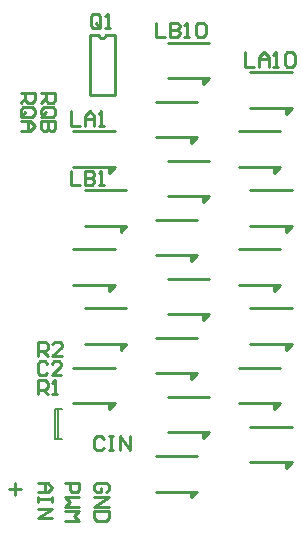
<source format=gto>
G04 Layer_Color=65535*
%FSLAX25Y25*%
%MOIN*%
G70*
G01*
G75*
%ADD19C,0.01000*%
%ADD25C,0.00787*%
D19*
X36917Y175809D02*
G03*
X39417Y175809I1250J0D01*
G01*
X87457Y151655D02*
X101236D01*
X87457Y163466D02*
X101236D01*
X99268Y149686D02*
X101236Y151655D01*
X99268Y149686D02*
Y151655D01*
X83520Y131970D02*
X97299D01*
X83520Y143781D02*
X97299D01*
X95331Y130001D02*
X97299Y131970D01*
X95331Y130001D02*
Y131970D01*
X87457Y112285D02*
X101236D01*
X87457Y124096D02*
X101236D01*
X99268Y110316D02*
X101236Y112285D01*
X99268Y110316D02*
Y112285D01*
X83520Y92600D02*
X97299D01*
X83520Y104411D02*
X97299D01*
X95331Y90631D02*
X97299Y92600D01*
X95331Y90631D02*
Y92600D01*
X87457Y72915D02*
X101236D01*
X87457Y84726D02*
X101236D01*
X99268Y70946D02*
X101236Y72915D01*
X99268Y70946D02*
Y72915D01*
X83520Y53230D02*
X97299D01*
X83520Y65041D02*
X97299D01*
X95331Y51261D02*
X97299Y53230D01*
X95331Y51261D02*
Y53230D01*
X87457Y33545D02*
X101236D01*
X87457Y45356D02*
X101236D01*
X99268Y31576D02*
X101236Y33545D01*
X99268Y31576D02*
Y33545D01*
X28402Y53230D02*
X42181D01*
X28402Y65041D02*
X42181D01*
X40213Y51261D02*
X42181Y53230D01*
X40213Y51261D02*
Y53230D01*
X28402Y92600D02*
X42181D01*
X28402Y104411D02*
X42181D01*
X40213Y90631D02*
X42181Y92600D01*
X40213Y90631D02*
Y92600D01*
X28402Y131970D02*
X42181D01*
X28402Y143781D02*
X42181D01*
X40213Y130001D02*
X42181Y131970D01*
X40213Y130001D02*
Y131970D01*
X59898Y161497D02*
X73677D01*
X59898Y173309D02*
X73677D01*
X71709Y159529D02*
X73677Y161497D01*
X71709Y159529D02*
Y161497D01*
X55961Y141812D02*
X69740D01*
X55961Y153623D02*
X69740D01*
X67772Y139844D02*
X69740Y141812D01*
X67772Y139844D02*
Y141812D01*
X59898Y122127D02*
X73677D01*
X59898Y133938D02*
X73677D01*
X71709Y120159D02*
X73677Y122127D01*
X71709Y120159D02*
Y122127D01*
X55961Y102442D02*
X69740D01*
X55961Y114253D02*
X69740D01*
X67772Y100474D02*
X69740Y102442D01*
X67772Y100474D02*
Y102442D01*
X59898Y82757D02*
X73677D01*
X59898Y94568D02*
X73677D01*
X71709Y80789D02*
X73677Y82757D01*
X71709Y80789D02*
Y82757D01*
X55961Y63072D02*
X69740D01*
X55961Y74883D02*
X69740D01*
X67772Y61104D02*
X69740Y63072D01*
X67772Y61104D02*
Y63072D01*
X59898Y43387D02*
X73677D01*
X59898Y55198D02*
X73677D01*
X71709Y41419D02*
X73677Y43387D01*
X71709Y41419D02*
Y43387D01*
X55961Y23702D02*
X69740D01*
X55961Y35513D02*
X69740D01*
X67772Y21734D02*
X69740Y23702D01*
X67772Y21734D02*
Y23702D01*
X32339Y72915D02*
X46118D01*
X32339Y84726D02*
X46118D01*
X44150Y70946D02*
X46118Y72915D01*
X44150Y70946D02*
Y72915D01*
X32339Y112285D02*
X46118D01*
X32339Y124096D02*
X46118D01*
X44150Y110316D02*
X46118Y112285D01*
X44150Y110316D02*
Y112285D01*
X33917Y175809D02*
X36917D01*
X39417D02*
X42417D01*
Y155808D02*
Y175809D01*
X33917Y155808D02*
X42417D01*
X33917D02*
Y175809D01*
X25606Y26559D02*
X30329D01*
Y24198D01*
X29542Y23411D01*
X27968D01*
X27181Y24198D01*
Y26559D01*
X30329Y21836D02*
X25606D01*
X27181Y20262D01*
X25606Y18688D01*
X30329D01*
X25606Y17113D02*
X30329D01*
X28755Y15539D01*
X30329Y13965D01*
X25606D01*
X16748Y26559D02*
X19897D01*
X21471Y24985D01*
X19897Y23411D01*
X16748D01*
X19109D01*
Y26559D01*
X21471Y21836D02*
Y20262D01*
Y21049D01*
X16748D01*
Y21836D01*
Y20262D01*
Y17900D02*
X21471D01*
X16748Y14752D01*
X21471D01*
X39385Y23411D02*
X40172Y24198D01*
Y25772D01*
X39385Y26559D01*
X36236D01*
X35449Y25772D01*
Y24198D01*
X36236Y23411D01*
X37810D01*
Y24985D01*
X35449Y21836D02*
X40172D01*
X35449Y18688D01*
X40172D01*
Y17113D02*
X35449D01*
Y14752D01*
X36236Y13965D01*
X39385D01*
X40172Y14752D01*
Y17113D01*
X6890Y24653D02*
X10888D01*
X8889Y26652D02*
Y22653D01*
X85630Y170077D02*
Y165354D01*
X88779D01*
X90353D02*
Y168503D01*
X91927Y170077D01*
X93501Y168503D01*
Y165354D01*
Y167716D01*
X90353D01*
X95076Y165354D02*
X96650D01*
X95863D01*
Y170077D01*
X95076Y169290D01*
X99011D02*
X99799Y170077D01*
X101373D01*
X102160Y169290D01*
Y166141D01*
X101373Y165354D01*
X99799D01*
X99011Y166141D01*
Y169290D01*
X27559Y150392D02*
Y145669D01*
X30708D01*
X32282D02*
Y148818D01*
X33856Y150392D01*
X35430Y148818D01*
Y145669D01*
Y148031D01*
X32282D01*
X37005Y145669D02*
X38579D01*
X37792D01*
Y150392D01*
X37005Y149605D01*
X55961Y180000D02*
Y175277D01*
X59109D01*
X60684Y180000D02*
Y175277D01*
X63045D01*
X63832Y176064D01*
Y176851D01*
X63045Y177638D01*
X60684D01*
X63045D01*
X63832Y178426D01*
Y179213D01*
X63045Y180000D01*
X60684D01*
X65406Y175277D02*
X66981D01*
X66194D01*
Y180000D01*
X65406Y179213D01*
X69342D02*
X70129Y180000D01*
X71704D01*
X72491Y179213D01*
Y176064D01*
X71704Y175277D01*
X70129D01*
X69342Y176064D01*
Y179213D01*
X16732Y56102D02*
Y60825D01*
X19094D01*
X19881Y60038D01*
Y58464D01*
X19094Y57677D01*
X16732D01*
X18307D02*
X19881Y56102D01*
X21455D02*
X23029D01*
X22242D01*
Y60825D01*
X21455Y60038D01*
X16732Y68898D02*
Y73620D01*
X19094D01*
X19881Y72833D01*
Y71259D01*
X19094Y70472D01*
X16732D01*
X18307D02*
X19881Y68898D01*
X24604D02*
X21455D01*
X24604Y72046D01*
Y72833D01*
X23817Y73620D01*
X22242D01*
X21455Y72833D01*
X19753Y66337D02*
X18966Y67124D01*
X17392D01*
X16605Y66337D01*
Y63189D01*
X17392Y62402D01*
X18966D01*
X19753Y63189D01*
X24476Y62402D02*
X21328D01*
X24476Y65550D01*
Y66337D01*
X23689Y67124D01*
X22115D01*
X21328Y66337D01*
X38582Y41337D02*
X37795Y42125D01*
X36220D01*
X35433Y41337D01*
Y38189D01*
X36220Y37402D01*
X37795D01*
X38582Y38189D01*
X40156Y42125D02*
X41730D01*
X40943D01*
Y37402D01*
X40156D01*
X41730D01*
X44092D02*
Y42125D01*
X47240Y37402D01*
Y42125D01*
X27559Y130707D02*
Y125984D01*
X30708D01*
X32282Y130707D02*
Y125984D01*
X34643D01*
X35430Y126771D01*
Y127559D01*
X34643Y128346D01*
X32282D01*
X34643D01*
X35430Y129133D01*
Y129920D01*
X34643Y130707D01*
X32282D01*
X37005Y125984D02*
X38579D01*
X37792D01*
Y130707D01*
X37005Y129920D01*
X37456Y179017D02*
Y182166D01*
X36669Y182953D01*
X35094D01*
X34307Y182166D01*
Y179017D01*
X35094Y178230D01*
X36669D01*
X35881Y179804D02*
X37456Y178230D01*
X36669D02*
X37456Y179017D01*
X39030Y178230D02*
X40604D01*
X39817D01*
Y182953D01*
X39030Y182166D01*
X10827Y156496D02*
X15550D01*
Y154135D01*
X14762Y153348D01*
X13188D01*
X12401Y154135D01*
Y156496D01*
Y154922D02*
X10827Y153348D01*
X11614Y148625D02*
X14762D01*
X15550Y149412D01*
Y150986D01*
X14762Y151773D01*
X11614D01*
X10827Y150986D01*
Y149412D01*
X12401Y150199D02*
X10827Y148625D01*
Y149412D02*
X11614Y148625D01*
X10827Y147050D02*
X13975D01*
X15550Y145476D01*
X13975Y143902D01*
X10827D01*
X13188D01*
Y147050D01*
X17717Y156496D02*
X22439D01*
Y154135D01*
X21652Y153348D01*
X20078D01*
X19291Y154135D01*
Y156496D01*
Y154922D02*
X17717Y153348D01*
X18504Y148625D02*
X21652D01*
X22439Y149412D01*
Y150986D01*
X21652Y151773D01*
X18504D01*
X17717Y150986D01*
Y149412D01*
X19291Y150199D02*
X17717Y148625D01*
Y149412D02*
X18504Y148625D01*
X22439Y147050D02*
X17717D01*
Y144689D01*
X18504Y143902D01*
X19291D01*
X20078Y144689D01*
Y147050D01*
Y144689D01*
X20865Y143902D01*
X21652D01*
X22439Y144689D01*
Y147050D01*
D25*
X22441Y41339D02*
X24803D01*
X22441Y51181D02*
X24803D01*
X23189Y41339D02*
Y51181D01*
X22441Y41339D02*
Y51181D01*
M02*

</source>
